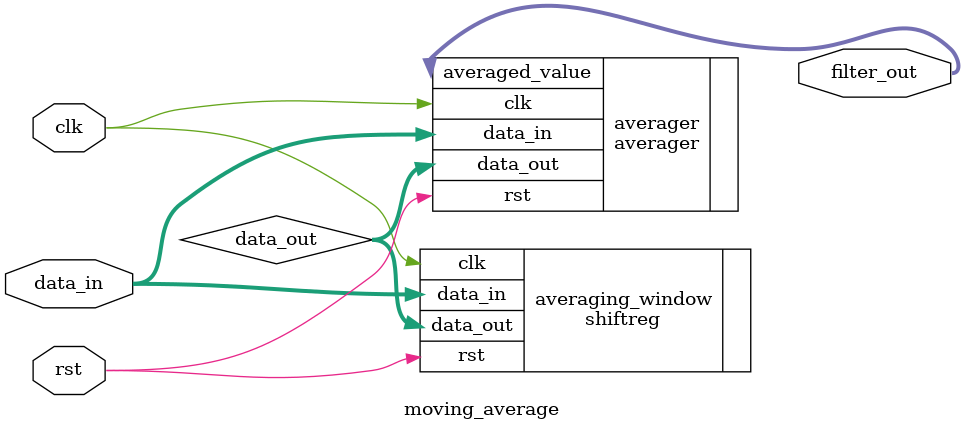
<source format=sv>
/************************************************************/
//        M O V I N G   A V E R A G E   F I L T E R         //
//                                                          //
//  Desc: Moving average filter                             //
/************************************************************/
`timescale 1ns / 1ps

module moving_average #(
    parameter WINDOW_LENGTH = 16, // NOTE: Must be 2s order for circuit simplicity
  	parameter DATA_WIDTH    = 32 
    )(
    input                                   clk,
    input                                   rst,
    input  logic signed [DATA_WIDTH - 1:0]  data_in,
    output logic signed [DATA_WIDTH - 1:0]  filter_out
    
    );
    
    logic [DATA_WIDTH - 1:0] data_out;
    
    shiftreg #(
        .DATA_WIDTH     (DATA_WIDTH),
        .WINDOW_LENGTH  (WINDOW_LENGTH)
        ) averaging_window (
        .clk            (clk),
        .rst            (rst),
        .data_in        (data_in),
        .data_out       (data_out)
        );
    
    averager #(
        .DATA_WIDTH     (DATA_WIDTH),
        .WINDOW_LENGTH  (WINDOW_LENGTH)
        ) averager(
        .clk            (clk),
        .rst            (rst),
        .data_in        (data_in),
        .data_out       (data_out),
        .averaged_value (filter_out)
        );
        
        
endmodule

</source>
